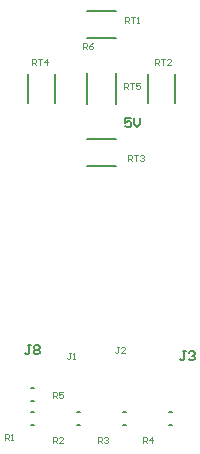
<source format=gto>
G04*
G04 #@! TF.GenerationSoftware,Altium Limited,Altium Designer,20.1.14 (287)*
G04*
G04 Layer_Color=65535*
%FSLAX24Y24*%
%MOIN*%
G70*
G04*
G04 #@! TF.SameCoordinates,23AC58D6-5B4B-4A95-99CB-50BEC43C13F9*
G04*
G04*
G04 #@! TF.FilePolarity,Positive*
G04*
G01*
G75*
%ADD10C,0.0079*%
%ADD11C,0.0050*%
%ADD12C,0.0040*%
D10*
X-2339Y-11207D02*
X-2261D01*
X-2339Y-10793D02*
X-2261D01*
X-2339Y-9993D02*
X-2261D01*
X-2339Y-10407D02*
X-2261D01*
X2261Y-11207D02*
X2339D01*
X2261Y-10793D02*
X2339D01*
X-806Y-11207D02*
X-727D01*
X-806Y-10793D02*
X-727D01*
X727Y-11207D02*
X806D01*
X727Y-10793D02*
X806D01*
X-2443Y-493D02*
Y493D01*
X-1557Y-493D02*
Y493D01*
X-493Y-1687D02*
X493D01*
X-493Y-2573D02*
X493D01*
X1557Y-493D02*
Y493D01*
X2443Y-493D02*
Y493D01*
X-493Y2573D02*
X493D01*
X-493Y1687D02*
X493D01*
X-492Y-531D02*
Y531D01*
X492Y-531D02*
Y531D01*
D11*
X1000Y-985D02*
X800D01*
Y-1135D01*
X900Y-1085D01*
X950D01*
X1000Y-1135D01*
Y-1235D01*
X950Y-1285D01*
X850D01*
X800Y-1235D01*
X1100Y-985D02*
Y-1185D01*
X1200Y-1285D01*
X1300Y-1185D01*
Y-985D01*
X2820Y-8750D02*
X2720D01*
X2770D01*
Y-9000D01*
X2720Y-9050D01*
X2670D01*
X2620Y-9000D01*
X2920Y-8800D02*
X2970Y-8750D01*
X3070D01*
X3120Y-8800D01*
Y-8850D01*
X3070Y-8900D01*
X3020D01*
X3070D01*
X3120Y-8950D01*
Y-9000D01*
X3070Y-9050D01*
X2970D01*
X2920Y-9000D01*
X-2350Y-8550D02*
X-2450D01*
X-2400D01*
Y-8800D01*
X-2450Y-8850D01*
X-2500D01*
X-2550Y-8800D01*
X-2250Y-8600D02*
X-2200Y-8550D01*
X-2100D01*
X-2050Y-8600D01*
Y-8650D01*
X-2100Y-8700D01*
X-2050Y-8750D01*
Y-8800D01*
X-2100Y-8850D01*
X-2200D01*
X-2250Y-8800D01*
Y-8750D01*
X-2200Y-8700D01*
X-2250Y-8650D01*
Y-8600D01*
X-2200Y-8700D02*
X-2100D01*
D12*
X600Y-8620D02*
X533D01*
X567D01*
Y-8787D01*
X533Y-8820D01*
X500D01*
X467Y-8787D01*
X800Y-8820D02*
X667D01*
X800Y-8687D01*
Y-8653D01*
X767Y-8620D01*
X700D01*
X667Y-8653D01*
X-1005Y-8800D02*
X-1072D01*
X-1038D01*
Y-8967D01*
X-1072Y-9000D01*
X-1105D01*
X-1138Y-8967D01*
X-938Y-9000D02*
X-872D01*
X-905D01*
Y-8800D01*
X-938Y-8833D01*
X745Y0D02*
Y200D01*
X845D01*
X878Y167D01*
Y100D01*
X845Y67D01*
X745D01*
X811D02*
X878Y0D01*
X945Y200D02*
X1078D01*
X1011D01*
Y0D01*
X1278Y200D02*
X1145D01*
Y100D01*
X1211Y133D01*
X1244D01*
X1278Y100D01*
Y33D01*
X1244Y0D01*
X1178D01*
X1145Y33D01*
X-1600Y-10300D02*
Y-10100D01*
X-1500D01*
X-1467Y-10133D01*
Y-10200D01*
X-1500Y-10233D01*
X-1600D01*
X-1533D02*
X-1467Y-10300D01*
X-1267Y-10100D02*
X-1400D01*
Y-10200D01*
X-1333Y-10167D01*
X-1300D01*
X-1267Y-10200D01*
Y-10267D01*
X-1300Y-10300D01*
X-1367D01*
X-1400Y-10267D01*
X-2300Y800D02*
Y1000D01*
X-2200D01*
X-2167Y967D01*
Y900D01*
X-2200Y867D01*
X-2300D01*
X-2233D02*
X-2167Y800D01*
X-2100Y1000D02*
X-1967D01*
X-2033D01*
Y800D01*
X-1800D02*
Y1000D01*
X-1900Y900D01*
X-1767D01*
X1800Y800D02*
Y1000D01*
X1900D01*
X1933Y967D01*
Y900D01*
X1900Y867D01*
X1800D01*
X1867D02*
X1933Y800D01*
X2000Y1000D02*
X2133D01*
X2067D01*
Y800D01*
X2333D02*
X2200D01*
X2333Y933D01*
Y967D01*
X2300Y1000D01*
X2233D01*
X2200Y967D01*
X900Y-2400D02*
Y-2200D01*
X1000D01*
X1033Y-2233D01*
Y-2300D01*
X1000Y-2333D01*
X900D01*
X967D02*
X1033Y-2400D01*
X1100Y-2200D02*
X1233D01*
X1167D01*
Y-2400D01*
X1300Y-2233D02*
X1333Y-2200D01*
X1400D01*
X1433Y-2233D01*
Y-2267D01*
X1400Y-2300D01*
X1367D01*
X1400D01*
X1433Y-2333D01*
Y-2367D01*
X1400Y-2400D01*
X1333D01*
X1300Y-2367D01*
X800Y2200D02*
Y2400D01*
X900D01*
X933Y2367D01*
Y2300D01*
X900Y2267D01*
X800D01*
X867D02*
X933Y2200D01*
X1000Y2400D02*
X1133D01*
X1067D01*
Y2200D01*
X1200D02*
X1267D01*
X1233D01*
Y2400D01*
X1200Y2367D01*
X-600Y1325D02*
Y1525D01*
X-500D01*
X-467Y1492D01*
Y1425D01*
X-500Y1392D01*
X-600D01*
X-533D02*
X-467Y1325D01*
X-267Y1525D02*
X-333Y1492D01*
X-400Y1425D01*
Y1359D01*
X-367Y1325D01*
X-300D01*
X-267Y1359D01*
Y1392D01*
X-300Y1425D01*
X-400D01*
X-100Y-11800D02*
Y-11600D01*
X-0D01*
X33Y-11633D01*
Y-11700D01*
X-0Y-11733D01*
X-100D01*
X-33D02*
X33Y-11800D01*
X100Y-11633D02*
X133Y-11600D01*
X200D01*
X233Y-11633D01*
Y-11667D01*
X200Y-11700D01*
X167D01*
X200D01*
X233Y-11733D01*
Y-11767D01*
X200Y-11800D01*
X133D01*
X100Y-11767D01*
X-1600Y-11800D02*
Y-11600D01*
X-1500D01*
X-1467Y-11633D01*
Y-11700D01*
X-1500Y-11733D01*
X-1600D01*
X-1533D02*
X-1467Y-11800D01*
X-1267D02*
X-1400D01*
X-1267Y-11667D01*
Y-11633D01*
X-1300Y-11600D01*
X-1367D01*
X-1400Y-11633D01*
X1400Y-11800D02*
Y-11600D01*
X1500D01*
X1533Y-11633D01*
Y-11700D01*
X1500Y-11733D01*
X1400D01*
X1467D02*
X1533Y-11800D01*
X1700D02*
Y-11600D01*
X1600Y-11700D01*
X1733D01*
X-3200Y-11700D02*
Y-11500D01*
X-3100D01*
X-3067Y-11533D01*
Y-11600D01*
X-3100Y-11633D01*
X-3200D01*
X-3133D02*
X-3067Y-11700D01*
X-3000D02*
X-2933D01*
X-2967D01*
Y-11500D01*
X-3000Y-11533D01*
M02*

</source>
